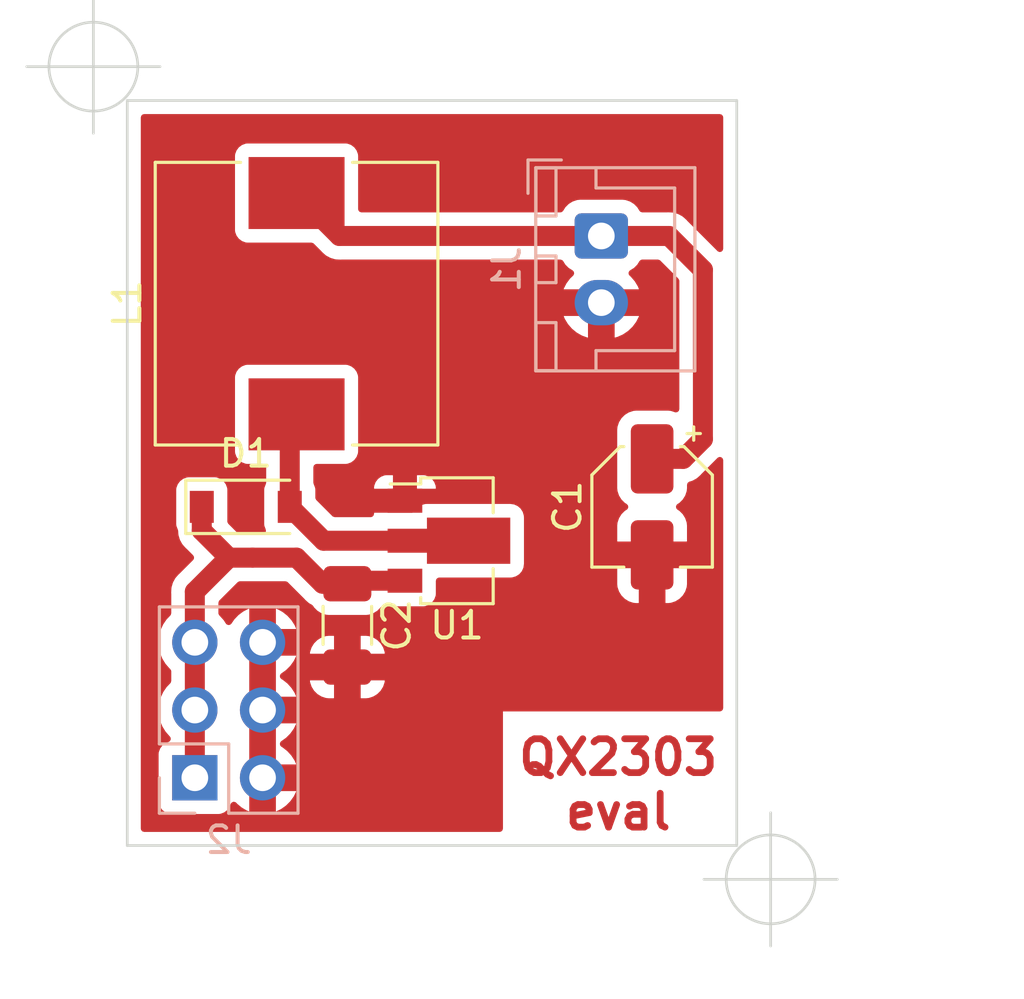
<source format=kicad_pcb>
(kicad_pcb (version 20211014) (generator pcbnew)
  (layers (0 "F.Cu" signal) (31 "B.Cu" signal) (34 "B.Paste" user) (35 "F.Paste" user) (36 "B.SilkS" user "B.Silkscreen") (37 "F.SilkS" user "F.Silkscreen") (38 "B.Mask" user) (39 "F.Mask" user) (44 "Edge.Cuts" user))
  (net 0 "")
  (net 1 "GND")
  (net 2 "+5V")
  (net 3 "Net-(D1-Pad2)")
  (net 4 "+BATT")
  (footprint "Inductor_SMD:L_10.4x10.4_H4.8" (layer "F.Cu") (at 29.21 33.02 -90)
    (fp_text reference "L1" (at 0 6.35 90) (layer "F.SilkS"))
    (fp_text value "47u")
    (fp_line (start 5.3 -5.3) (end 5.3 -2.1) (layer "F.SilkS") (width 0.12))
    (fp_line (start -5.3 5.3) (end -5.3 2.1) (layer "F.SilkS") (width 0.12))
    (fp_line (start -5.3 -2.1) (end -5.3 -5.3) (layer "F.SilkS") (width 0.12))
    (fp_line (start -5.3 -5.3) (end 5.3 -5.3) (layer "F.SilkS") (width 0.12))
    (fp_line (start 5.3 5.3) (end -5.3 5.3) (layer "F.SilkS") (width 0.12))
    (fp_line (start 5.3 2.1) (end 5.3 5.3) (layer "F.SilkS") (width 0.12))
    (pad "1" smd rect (at -4.15 0 270) (size 2.7 3.6) (layers "F.Cu" "F.Paste" "F.Mask") (net 4 "+BATT"))
    (pad "2" smd rect (at 4.15 0 270) (size 2.7 3.6) (layers "F.Cu" "F.Paste" "F.Mask") (net 3 "Net-(D1-Pad2)"))
  )
  (footprint "Package_TO_SOT_SMD:SOT-89-3" (layer "F.Cu") (at 34.925 41.91)
    (fp_text reference "U1" (at 0.3 3.175) (layer "F.SilkS"))
    (fp_text value "QX2303L50E")
    (fp_line (start 1.66 2.36) (end -1.06 2.36) (layer "F.SilkS") (width 0.12))
    (fp_line (start -1.06 -2.36) (end -1.06 -2.13) (layer "F.SilkS") (width 0.12))
    (fp_line (start -1.06 -2.36) (end 1.66 -2.36) (layer "F.SilkS") (width 0.12))
    (fp_line (start -2.2 -2.13) (end -1.06 -2.13) (layer "F.SilkS") (width 0.12))
    (fp_line (start 1.66 1.05) (end 1.66 2.36) (layer "F.SilkS") (width 0.12))
    (fp_line (start -1.06 2.36) (end -1.06 2.13) (layer "F.SilkS") (width 0.12))
    (fp_line (start 1.66 -2.36) (end 1.66 -1.05) (layer "F.SilkS") (width 0.12))
    (pad "1" smd rect (at -1.65 -1.5) (size 1.3 0.9) (layers "F.Cu" "F.Paste" "F.Mask") (net 1 "GND"))
    (pad "2" smd custom (at -1.5625 0) (size 1.475 0.9) (layers "F.Cu" "F.Paste" "F.Mask") (net 3 "Net-(D1-Pad2)") (options (clearance outline) (anchor rect)) (primitives (gr_poly (pts (xy 3.8625 0.8665) (xy 0.7375 0.8665) (xy 0.7375 -0.8665) (xy 3.8625 -0.8665)) (width 0) (fill yes))))
    (pad "3" smd rect (at -1.65 1.5) (size 1.3 0.9) (layers "F.Cu" "F.Paste" "F.Mask") (net 2 "+5V"))
  )
  (footprint "Diode_SMD:D_SOD-123" (layer "F.Cu") (at 27.305 40.64)
    (fp_text reference "D1" (at 0 -2) (layer "F.SilkS"))
    (fp_text value "1N5819W")
    (fp_line (start -2.25 -1) (end 1.65 -1) (layer "F.SilkS") (width 0.12))
    (fp_line (start -2.25 1) (end 1.65 1) (layer "F.SilkS") (width 0.12))
    (fp_line (start -2.25 -1) (end -2.25 1) (layer "F.SilkS") (width 0.12))
    (pad "1" smd rect (at -1.65 0) (size 0.9 1.2) (layers "F.Cu" "F.Paste" "F.Mask") (net 2 "+5V"))
    (pad "2" smd rect (at 1.65 0) (size 0.9 1.2) (layers "F.Cu" "F.Paste" "F.Mask") (net 3 "Net-(D1-Pad2)"))
  )
  (footprint "Capacitor_SMD:CP_Elec_4x5.4" (layer "F.Cu") (at 42.545 40.64 -90)
    (fp_text reference "C1" (at 0 3.175 90) (layer "F.SilkS"))
    (fp_text value "10u")
    (fp_line (start -2.26 -1.195563) (end -1.195563 -2.26) (layer "F.SilkS") (width 0.12))
    (fp_line (start 2.26 2.26) (end 2.26 1.06) (layer "F.SilkS") (width 0.12))
    (fp_line (start -2.26 -1.195563) (end -2.26 -1.06) (layer "F.SilkS") (width 0.12))
    (fp_line (start -2.26 1.195563) (end -2.26 1.06) (layer "F.SilkS") (width 0.12))
    (fp_line (start -1.195563 -2.26) (end 2.26 -2.26) (layer "F.SilkS") (width 0.12))
    (fp_line (start 2.26 -2.26) (end 2.26 -1.06) (layer "F.SilkS") (width 0.12))
    (fp_line (start -2.75 -1.81) (end -2.75 -1.31) (layer "F.SilkS") (width 0.12))
    (fp_line (start -1.195563 2.26) (end 2.26 2.26) (layer "F.SilkS") (width 0.12))
    (fp_line (start -2.26 1.195563) (end -1.195563 2.26) (layer "F.SilkS") (width 0.12))
    (fp_line (start -3 -1.56) (end -2.5 -1.56) (layer "F.SilkS") (width 0.12))
    (pad "1" smd roundrect (at -1.8 0 270) (size 2.6 1.6) (layers "F.Cu" "F.Paste" "F.Mask") (roundrect_rratio 0.15625) (net 4 "+BATT"))
    (pad "2" smd roundrect (at 1.8 0 270) (size 2.6 1.6) (layers "F.Cu" "F.Paste" "F.Mask") (roundrect_rratio 0.15625) (net 1 "GND"))
  )
  (footprint "Capacitor_SMD:C_1206_3216Metric_Pad1.33x1.80mm_HandSolder" (layer "F.Cu") (at 31.115 45.085 -90)
    (fp_text reference "C2" (at 0 -1.85 90) (layer "F.SilkS"))
    (fp_text value "22u Ta")
    (fp_line (start -0.711252 -0.91) (end 0.711252 -0.91) (layer "F.SilkS") (width 0.12))
    (fp_line (start -0.711252 0.91) (end 0.711252 0.91) (layer "F.SilkS") (width 0.12))
    (pad "1" smd roundrect (at -1.5625 0 270) (size 1.325 1.8) (layers "F.Cu" "F.Paste" "F.Mask") (roundrect_rratio 0.188679) (net 2 "+5V"))
    (pad "2" smd roundrect (at 1.5625 0 270) (size 1.325 1.8) (layers "F.Cu" "F.Paste" "F.Mask") (roundrect_rratio 0.188679) (net 1 "GND"))
  )
  (footprint "Connector_JST:JST_XH_B2B-XH-A_1x02_P2.50mm_Vertical" (layer "B.Cu") (at 40.64 30.48 -90)
    (fp_text reference "J1" (at 1.25 3.55 90) (layer "B.SilkS") (effects (justify mirror)))
    (fp_text value "Conn_01x02")
    (fp_line (start -2.56 -3.51) (end 5.06 -3.51) (layer "B.SilkS") (width 0.12))
    (fp_line (start 1.75 2.45) (end 0.75 2.45) (layer "B.SilkS") (width 0.12))
    (fp_line (start -2.55 0.2) (end -1.8 0.2) (layer "B.SilkS") (width 0.12))
    (fp_line (start 5.06 -3.51) (end 5.06 2.46) (layer "B.SilkS") (width 0.12))
    (fp_line (start -0.75 1.7) (end -0.75 2.45) (layer "B.SilkS") (width 0.12))
    (fp_line (start 1.75 1.7) (end 1.75 2.45) (layer "B.SilkS") (width 0.12))
    (fp_line (start 5.05 2.45) (end 3.25 2.45) (layer "B.SilkS") (width 0.12))
    (fp_line (start 4.3 -2.75) (end 1.25 -2.75) (layer "B.SilkS") (width 0.12))
    (fp_line (start -0.75 2.45) (end -2.55 2.45) (layer "B.SilkS") (width 0.12))
    (fp_line (start 4.3 0.2) (end 4.3 -2.75) (layer "B.SilkS") (width 0.12))
    (fp_line (start 3.25 2.45) (end 3.25 1.7) (layer "B.SilkS") (width 0.12))
    (fp_line (start -2.55 1.7) (end -0.75 1.7) (layer "B.SilkS") (width 0.12))
    (fp_line (start -2.56 2.46) (end -2.56 -3.51) (layer "B.SilkS") (width 0.12))
    (fp_line (start -2.85 2.75) (end -2.85 1.5) (layer "B.SilkS") (width 0.12))
    (fp_line (start 5.06 2.46) (end -2.56 2.46) (layer "B.SilkS") (width 0.12))
    (fp_line (start -1.6 2.75) (end -2.85 2.75) (layer "B.SilkS") (width 0.12))
    (fp_line (start 0.75 2.45) (end 0.75 1.7) (layer "B.SilkS") (width 0.12))
    (fp_line (start 0.75 1.7) (end 1.75 1.7) (layer "B.SilkS") (width 0.12))
    (fp_line (start 5.05 1.7) (end 5.05 2.45) (layer "B.SilkS") (width 0.12))
    (fp_line (start -1.8 0.2) (end -1.8 -2.75) (layer "B.SilkS") (width 0.12))
    (fp_line (start -1.8 -2.75) (end 1.25 -2.75) (layer "B.SilkS") (width 0.12))
    (fp_line (start -2.55 2.45) (end -2.55 1.7) (layer "B.SilkS") (width 0.12))
    (fp_line (start 3.25 1.7) (end 5.05 1.7) (layer "B.SilkS") (width 0.12))
    (fp_line (start 5.05 0.2) (end 4.3 0.2) (layer "B.SilkS") (width 0.12))
    (pad "1" thru_hole roundrect (at 0 0 270) (size 1.7 2) (drill 1) (layers *.Cu *.Mask) (roundrect_rratio 0.147059) (net 4 "+BATT"))
    (pad "2" thru_hole oval (at 2.5 0 270) (size 1.7 2) (drill 1) (layers *.Cu *.Mask) (net 1 "GND"))
  )
  (footprint "Connector_PinHeader_2.54mm:PinHeader_2x03_P2.54mm_Vertical" (layer "B.Cu") (at 25.395 50.8)
    (fp_text reference "J2" (at 1.27 2.33) (layer "B.SilkS") (effects (justify mirror)))
    (fp_text value "Conn_02x03_Odd_Even")
    (fp_line (start -1.33 -1.27) (end -1.33 -6.41) (layer "B.SilkS") (width 0.12))
    (fp_line (start 3.87 1.33) (end 3.87 -6.41) (layer "B.SilkS") (width 0.12))
    (fp_line (start -1.33 -6.41) (end 3.87 -6.41) (layer "B.SilkS") (width 0.12))
    (fp_line (start 1.27 -1.27) (end 1.27 1.33) (layer "B.SilkS") (width 0.12))
    (fp_line (start -1.33 1.33) (end 0 1.33) (layer "B.SilkS") (width 0.12))
    (fp_line (start -1.33 0) (end -1.33 1.33) (layer "B.SilkS") (width 0.12))
    (fp_line (start 1.27 1.33) (end 3.87 1.33) (layer "B.SilkS") (width 0.12))
    (fp_line (start -1.33 -1.27) (end 1.27 -1.27) (layer "B.SilkS") (width 0.12))
    (pad "1" thru_hole rect (at 0 0) (size 1.7 1.7) (drill 1) (layers *.Cu *.Mask) (net 2 "+5V"))
    (pad "2" thru_hole oval (at 2.54 0) (size 1.7 1.7) (drill 1) (layers *.Cu *.Mask) (net 1 "GND"))
    (pad "3" thru_hole oval (at 0 -2.54) (size 1.7 1.7) (drill 1) (layers *.Cu *.Mask) (net 2 "+5V"))
    (pad "4" thru_hole oval (at 2.54 -2.54) (size 1.7 1.7) (drill 1) (layers *.Cu *.Mask) (net 1 "GND"))
    (pad "5" thru_hole oval (at 0 -5.08) (size 1.7 1.7) (drill 1) (layers *.Cu *.Mask) (net 2 "+5V"))
    (pad "6" thru_hole oval (at 2.54 -5.08) (size 1.7 1.7) (drill 1) (layers *.Cu *.Mask) (net 1 "GND"))
  )
  (gr_line (start 45.72 53.34) (end 22.86 53.34) (layer "Edge.Cuts") (width 0.1))
  (gr_line (start 45.72 25.4) (end 45.72 53.34) (layer "Edge.Cuts") (width 0.1))
  (gr_line (start 22.86 53.34) (end 22.86 25.4) (layer "Edge.Cuts") (width 0.1))
  (gr_line (start 22.86 25.4) (end 45.72 25.4) (layer "Edge.Cuts") (width 0.1))
  (gr_text "QX2303\neval" (at 41.275 51.055) (layer "F.Cu") (effects (font (size 1.27 1.27) (thickness 0.254))))
  (target plus (at 21.59 24.13) (size 5) (width 0.1) (layer "Edge.Cuts"))
  (target plus (at 46.99 54.61) (size 5) (width 0.1) (layer "Edge.Cuts"))
  (segment (start 31.2275 43.41) (end 31.115 43.5225) (width 0.75) (layer "F.Cu") (net 2))
  (segment (start 25.395 50.8) (end 25.395 48.26) (width 0.75) (layer "F.Cu") (net 2))
  (segment (start 25.395 48.26) (end 25.395 45.72) (width 0.75) (layer "F.Cu") (net 2))
  (segment (start 25.395 43.82) (end 26.67 42.545) (width 0.75) (layer "F.Cu") (net 2))
  (segment (start 25.655 40.64) (end 25.655 41.53) (width 0.75) (layer "F.Cu") (net 2))
  (segment (start 26.67 42.545) (end 27.56 42.545) (width 0.75) (layer "F.Cu") (net 2))
  (segment (start 30.1875 43.5225) (end 29.21 42.545) (width 0.75) (layer "F.Cu") (net 2))
  (segment (start 31.115 43.5225) (end 30.1875 43.5225) (width 0.75) (layer "F.Cu") (net 2))
  (segment (start 29.21 42.545) (end 27.56 42.545) (width 0.75) (layer "F.Cu") (net 2))
  (segment (start 25.655 41.53) (end 26.67 42.545) (width 0.75) (layer "F.Cu") (net 2))
  (segment (start 33.275 43.41) (end 31.2275 43.41) (width 0.75) (layer "F.Cu") (net 2))
  (segment (start 25.395 45.72) (end 25.395 43.82) (width 0.75) (layer "F.Cu") (net 2))
  (segment (start 28.955 37.425) (end 29.21 37.17) (width 0.75) (layer "F.Cu") (net 3))
  (segment (start 28.955 40.64) (end 28.955 37.425) (width 0.75) (layer "F.Cu") (net 3))
  (segment (start 33.3625 41.91) (end 30.225 41.91) (width 0.75) (layer "F.Cu") (net 3))
  (segment (start 30.225 41.91) (end 28.955 40.64) (width 0.75) (layer "F.Cu") (net 3))
  (segment (start 43.71 38.84) (end 42.545 38.84) (width 0.75) (layer "F.Cu") (net 4))
  (segment (start 30.82 30.48) (end 29.21 28.87) (width 0.75) (layer "F.Cu") (net 4))
  (segment (start 43.18 30.48) (end 44.45 31.75) (width 0.75) (layer "F.Cu") (net 4))
  (segment (start 40.64 30.48) (end 43.18 30.48) (width 0.75) (layer "F.Cu") (net 4))
  (segment (start 44.45 38.1) (end 43.71 38.84) (width 0.75) (layer "F.Cu") (net 4))
  (segment (start 40.64 30.48) (end 30.82 30.48) (width 0.75) (layer "F.Cu") (net 4))
  (segment (start 44.45 31.75) (end 44.45 38.1) (width 0.75) (layer "F.Cu") (net 4))
  (zone (net 1) (net_name "GND") (layer "F.Cu") (connect_pads (clearance 0.508)) (min_thickness 0.254) (fill yes (thermal_gap 0.508) (thermal_bridge_width 1))
    (polygon (pts (xy 45.72 53.34) (xy 22.86 53.34) (xy 22.86 25.4) (xy 45.72 25.4)))
  )
)
</source>
